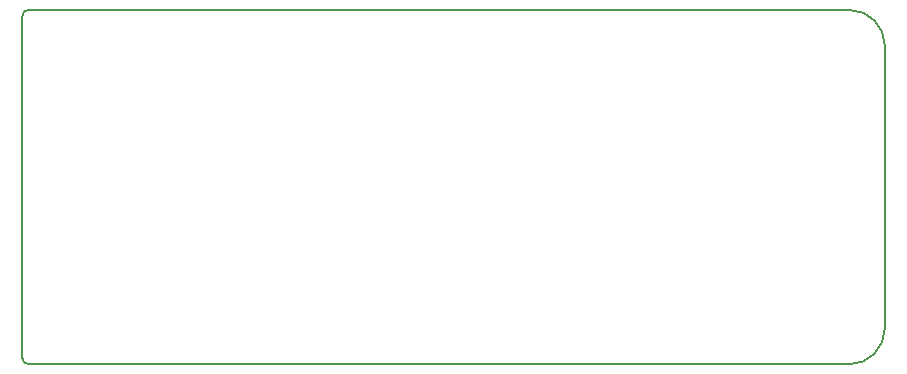
<source format=gm1>
G04 #@! TF.FileFunction,Profile,NP*
%FSLAX46Y46*%
G04 Gerber Fmt 4.6, Leading zero omitted, Abs format (unit mm)*
G04 Created by KiCad (PCBNEW 4.0.1-3.201512221401+6198~38~ubuntu15.10.1-stable) date Mon 04 Jan 2016 12:08:53 AM CST*
%MOMM*%
G01*
G04 APERTURE LIST*
%ADD10C,0.150000*%
G04 APERTURE END LIST*
D10*
X57000000Y-114500000D02*
G75*
G03X57500000Y-115000000I500000J0D01*
G01*
X127000000Y-115000000D02*
G75*
G03X130000000Y-112000000I0J3000000D01*
G01*
X130000000Y-88000000D02*
G75*
G03X127000000Y-85000000I-3000000J0D01*
G01*
X57500000Y-85000000D02*
G75*
G03X57000000Y-85500000I0J-500000D01*
G01*
X57500000Y-115000000D02*
X127000000Y-115000000D01*
X57500000Y-85000000D02*
X127000000Y-85000000D01*
X130000000Y-88000000D02*
X130000000Y-112000000D01*
X57000000Y-85500000D02*
X57000000Y-114500000D01*
M02*

</source>
